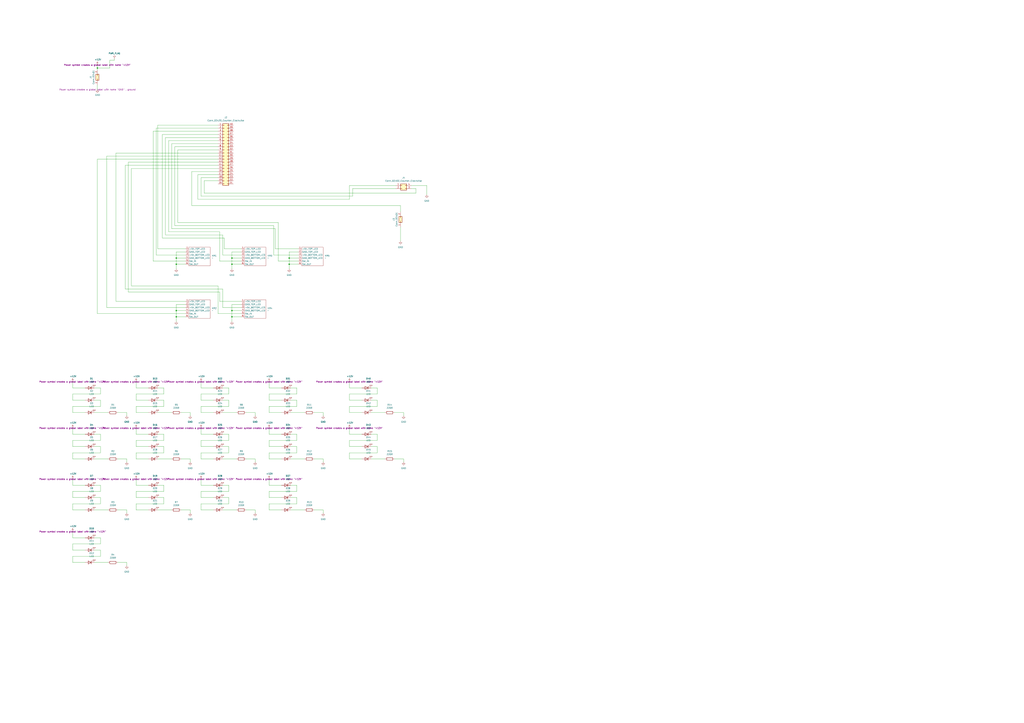
<source format=kicad_sch>
(kicad_sch (version 20250114) (generator "eeschema") (generator_version "9.0")
  (paper "A1")
  (junction (at 190.5 255.27))
  (junction (at 144.78 212.09))
  (junction (at 237.49 217.17))
  (junction (at 190.5 212.09))
  (junction (at 190.5 217.17))
  (junction (at 190.5 260.35))
  (junction (at 144.78 260.35))
  (junction (at 144.78 217.17))
  (junction (at 237.49 212.09))
  (junction (at 144.78 255.27))
  (junction (at 80.01 55.88))
  (wire (pts (xy 341.63 154.94) (xy 341.63 158.75)))
  (wire (pts (xy 187.96 328.93) (xy 182.88 328.93)))
  (wire (pts (xy 59.69 334.01) (xy 82.55 334.01)))
  (wire (pts (xy 69.85 452.12) (xy 59.69 452.12)))
  (wire (pts (xy 111.76 351.79) (xy 111.76 356.87)))
  (wire (pts (xy 125.73 214.63) (xy 152.4 214.63)))
  (wire (pts (xy 144.78 260.35) (xy 152.4 260.35)))
  (wire (pts (xy 198.12 247.65) (xy 180.34 247.65)))
  (wire (pts (xy 77.47 419.1) (xy 88.9 419.1)))
  (wire (pts (xy 165.1 146.05) (xy 179.07 146.05)))
  (wire (pts (xy 190.5 217.17) (xy 198.12 217.17)))
  (wire (pts (xy 265.43 419.1) (xy 265.43 421.64)))
  (wire (pts (xy 134.62 367.03) (xy 129.54 367.03)))
  (wire (pts (xy 243.84 372.11) (xy 243.84 367.03)))
  (wire (pts (xy 328.93 186.69) (xy 328.93 198.12)))
  (wire (pts (xy 287.02 328.93) (xy 287.02 323.85)))
  (wire (pts (xy 309.88 334.01) (xy 309.88 328.93)))
  (wire (pts (xy 165.1 328.93) (xy 165.1 323.85)))
  (wire (pts (xy 96.52 377.19) (xy 104.14 377.19)))
  (wire (pts (xy 220.98 339.09) (xy 220.98 334.01)))
  (wire (pts (xy 121.92 408.94) (xy 111.76 408.94)))
  (wire (pts (xy 96.52 462.28) (xy 104.14 462.28)))
  (wire (pts (xy 175.26 328.93) (xy 165.1 328.93)))
  (wire (pts (xy 134.62 356.87) (xy 129.54 356.87)))
  (wire (pts (xy 165.1 334.01) (xy 187.96 334.01)))
  (wire (pts (xy 105.41 240.03) (xy 105.41 133.35)))
  (wire (pts (xy 287.02 377.19) (xy 287.02 372.11)))
  (wire (pts (xy 175.26 367.03) (xy 165.1 367.03)))
  (wire (pts (xy 297.18 339.09) (xy 287.02 339.09)))
  (wire (pts (xy 179.07 234.95) (xy 107.95 234.95)))
  (wire (pts (xy 350.52 152.4) (xy 350.52 160.02)))
  (wire (pts (xy 69.85 377.19) (xy 59.69 377.19)))
  (wire (pts (xy 104.14 339.09) (xy 104.14 341.63)))
  (wire (pts (xy 59.69 393.7) (xy 59.69 398.78)))
  (wire (pts (xy 59.69 414.02) (xy 82.55 414.02)))
  (wire (pts (xy 82.55 414.02) (xy 82.55 408.94)))
  (wire (pts (xy 80.01 257.81) (xy 80.01 130.81)))
  (wire (pts (xy 96.52 339.09) (xy 104.14 339.09)))
  (wire (pts (xy 129.54 204.47) (xy 129.54 102.87)))
  (wire (pts (xy 134.62 318.77) (xy 129.54 318.77)))
  (wire (pts (xy 77.47 339.09) (xy 88.9 339.09)))
  (wire (pts (xy 82.55 334.01) (xy 82.55 328.93)))
  (wire (pts (xy 220.98 367.03) (xy 220.98 361.95)))
  (wire (pts (xy 182.88 209.55) (xy 198.12 209.55)))
  (wire (pts (xy 107.95 138.43) (xy 179.07 138.43)))
  (wire (pts (xy 304.8 339.09) (xy 316.23 339.09)))
  (wire (pts (xy 121.92 339.09) (xy 111.76 339.09)))
  (wire (pts (xy 337.82 152.4) (xy 350.52 152.4)))
  (wire (pts (xy 82.55 452.12) (xy 77.47 452.12)))
  (wire (pts (xy 198.12 255.27) (xy 190.5 255.27)))
  (wire (pts (xy 231.14 328.93) (xy 220.98 328.93)))
  (wire (pts (xy 165.1 161.29) (xy 165.1 146.05)))
  (wire (pts (xy 129.54 102.87) (xy 179.07 102.87)))
  (wire (pts (xy 167.64 148.59) (xy 179.07 148.59)))
  (wire (pts (xy 180.34 240.03) (xy 105.41 240.03)))
  (wire (pts (xy 111.76 372.11) (xy 134.62 372.11)))
  (wire (pts (xy 152.4 204.47) (xy 129.54 204.47)))
  (wire (pts (xy 237.49 217.17) (xy 245.11 217.17)))
  (wire (pts (xy 231.14 419.1) (xy 220.98 419.1)))
  (wire (pts (xy 77.47 377.19) (xy 88.9 377.19)))
  (wire (pts (xy 156.21 419.1) (xy 156.21 421.64)))
  (wire (pts (xy 309.88 323.85) (xy 309.88 318.77)))
  (wire (pts (xy 111.76 414.02) (xy 134.62 414.02)))
  (wire (pts (xy 287.02 318.77) (xy 297.18 318.77)))
  (wire (pts (xy 220.98 334.01) (xy 243.84 334.01)))
  (wire (pts (xy 198.12 252.73) (xy 182.88 252.73)))
  (wire (pts (xy 220.98 356.87) (xy 231.14 356.87)))
  (wire (pts (xy 198.12 257.81) (xy 179.07 257.81)))
  (wire (pts (xy 111.76 403.86) (xy 134.62 403.86)))
  (wire (pts (xy 198.12 207.01) (xy 190.5 207.01)))
  (wire (pts (xy 165.1 403.86) (xy 187.96 403.86)))
  (wire (pts (xy 287.02 313.69) (xy 287.02 318.77)))
  (wire (pts (xy 59.69 398.78) (xy 69.85 398.78)))
  (wire (pts (xy 133.35 110.49) (xy 179.07 110.49)))
  (wire (pts (xy 152.4 207.01) (xy 144.78 207.01)))
  (wire (pts (xy 297.18 377.19) (xy 287.02 377.19)))
  (wire (pts (xy 143.51 120.65) (xy 179.07 120.65)))
  (wire (pts (xy 304.8 377.19) (xy 316.23 377.19)))
  (wire (pts (xy 209.55 377.19) (xy 209.55 379.73)))
  (wire (pts (xy 165.1 339.09) (xy 165.1 334.01)))
  (wire (pts (xy 231.14 408.94) (xy 220.98 408.94)))
  (wire (pts (xy 245.11 214.63) (xy 228.6 214.63)))
  (wire (pts (xy 102.87 237.49) (xy 102.87 135.89)))
  (wire (pts (xy 265.43 339.09) (xy 265.43 341.63)))
  (wire (pts (xy 111.76 313.69) (xy 111.76 318.77)))
  (wire (pts (xy 165.1 361.95) (xy 187.96 361.95)))
  (wire (pts (xy 143.51 185.42) (xy 143.51 120.65)))
  (wire (pts (xy 287.02 361.95) (xy 309.88 361.95)))
  (wire (pts (xy 59.69 318.77) (xy 69.85 318.77)))
  (wire (pts (xy 297.18 328.93) (xy 287.02 328.93)))
  (wire (pts (xy 243.84 408.94) (xy 238.76 408.94)))
  (wire (pts (xy 182.88 252.73) (xy 182.88 237.49)))
  (wire (pts (xy 82.55 356.87) (xy 77.47 356.87)))
  (wire (pts (xy 257.81 377.19) (xy 265.43 377.19)))
  (wire (pts (xy 182.88 237.49) (xy 102.87 237.49)))
  (wire (pts (xy 59.69 452.12) (xy 59.69 447.04)))
  (wire (pts (xy 238.76 377.19) (xy 250.19 377.19)))
  (wire (pts (xy 228.6 182.88) (xy 146.05 182.88)))
  (wire (pts (xy 323.85 377.19) (xy 331.47 377.19)))
  (wire (pts (xy 82.55 398.78) (xy 77.47 398.78)))
  (wire (pts (xy 228.6 214.63) (xy 228.6 182.88)))
  (wire (pts (xy 111.76 323.85) (xy 134.62 323.85)))
  (wire (pts (xy 331.47 339.09) (xy 331.47 341.63)))
  (wire (pts (xy 220.98 414.02) (xy 243.84 414.02)))
  (wire (pts (xy 243.84 414.02) (xy 243.84 408.94)))
  (wire (pts (xy 59.69 372.11) (xy 82.55 372.11)))
  (wire (pts (xy 165.1 398.78) (xy 175.26 398.78)))
  (wire (pts (xy 245.11 204.47) (xy 226.06 204.47)))
  (wire (pts (xy 179.07 257.81) (xy 179.07 234.95)))
  (wire (pts (xy 165.1 313.69) (xy 165.1 318.77)))
  (wire (pts (xy 220.98 393.7) (xy 220.98 398.78)))
  (wire (pts (xy 59.69 328.93) (xy 59.69 323.85)))
  (wire (pts (xy 237.49 207.01) (xy 237.49 212.09)))
  (wire (pts (xy 80.01 69.85) (xy 80.01 73.66)))
  (wire (pts (xy 134.62 328.93) (xy 129.54 328.93)))
  (wire (pts (xy 287.02 323.85) (xy 309.88 323.85)))
  (wire (pts (xy 69.85 367.03) (xy 59.69 367.03)))
  (wire (pts (xy 138.43 190.5) (xy 138.43 115.57)))
  (wire (pts (xy 187.96 361.95) (xy 187.96 356.87)))
  (wire (pts (xy 111.76 393.7) (xy 111.76 398.78)))
  (wire (pts (xy 220.98 372.11) (xy 243.84 372.11)))
  (wire (pts (xy 156.21 339.09) (xy 156.21 341.63)))
  (wire (pts (xy 59.69 361.95) (xy 82.55 361.95)))
  (wire (pts (xy 182.88 193.04) (xy 182.88 209.55)))
  (wire (pts (xy 134.62 334.01) (xy 134.62 328.93)))
  (wire (pts (xy 111.76 334.01) (xy 134.62 334.01)))
  (wire (pts (xy 187.96 414.02) (xy 187.96 408.94)))
  (wire (pts (xy 175.26 339.09) (xy 165.1 339.09)))
  (wire (pts (xy 134.62 323.85) (xy 134.62 318.77)))
  (wire (pts (xy 134.62 414.02) (xy 134.62 408.94)))
  (wire (pts (xy 226.06 204.47) (xy 226.06 187.96)))
  (wire (pts (xy 59.69 323.85) (xy 82.55 323.85)))
  (wire (pts (xy 128.27 105.41) (xy 128.27 209.55)))
  (wire (pts (xy 59.69 403.86) (xy 82.55 403.86)))
  (wire (pts (xy 133.35 195.58) (xy 133.35 110.49)))
  (wire (pts (xy 96.52 419.1) (xy 104.14 419.1)))
  (wire (pts (xy 82.55 318.77) (xy 77.47 318.77)))
  (wire (pts (xy 265.43 377.19) (xy 265.43 379.73)))
  (wire (pts (xy 121.92 377.19) (xy 111.76 377.19)))
  (wire (pts (xy 111.76 419.1) (xy 111.76 414.02)))
  (wire (pts (xy 69.85 328.93) (xy 59.69 328.93)))
  (wire (pts (xy 165.1 372.11) (xy 187.96 372.11)))
  (wire (pts (xy 134.62 408.94) (xy 129.54 408.94)))
  (wire (pts (xy 152.4 212.09) (xy 144.78 212.09)))
  (wire (pts (xy 289.56 154.94) (xy 289.56 161.29)))
  (wire (pts (xy 243.84 398.78) (xy 238.76 398.78)))
  (wire (pts (xy 167.64 158.75) (xy 167.64 148.59)))
  (wire (pts (xy 146.05 182.88) (xy 146.05 123.19)))
  (wire (pts (xy 287.02 351.79) (xy 287.02 356.87)))
  (wire (pts (xy 90.17 55.88) (xy 90.17 49.53)))
  (wire (pts (xy 121.92 419.1) (xy 111.76 419.1)))
  (wire (pts (xy 59.69 462.28) (xy 59.69 457.2)))
  (wire (pts (xy 152.4 252.73) (xy 87.63 252.73)))
  (wire (pts (xy 111.76 356.87) (xy 121.92 356.87)))
  (wire (pts (xy 187.96 408.94) (xy 182.88 408.94)))
  (wire (pts (xy 128.27 209.55) (xy 152.4 209.55)))
  (wire (pts (xy 165.1 408.94) (xy 165.1 403.86)))
  (wire (pts (xy 220.98 351.79) (xy 220.98 356.87)))
  (wire (pts (xy 289.56 154.94) (xy 325.12 154.94)))
  (wire (pts (xy 162.56 163.83) (xy 162.56 143.51)))
  (wire (pts (xy 156.21 377.19) (xy 156.21 379.73)))
  (wire (pts (xy 111.76 339.09) (xy 111.76 334.01)))
  (wire (pts (xy 59.69 436.88) (xy 59.69 441.96)))
  (wire (pts (xy 95.25 247.65) (xy 95.25 125.73)))
  (wire (pts (xy 59.69 419.1) (xy 59.69 414.02)))
  (wire (pts (xy 224.79 209.55) (xy 224.79 185.42)))
  (wire (pts (xy 179.07 107.95) (xy 125.73 107.95)))
  (wire (pts (xy 238.76 339.09) (xy 250.19 339.09)))
  (wire (pts (xy 82.55 361.95) (xy 82.55 356.87)))
  (wire (pts (xy 144.78 250.19) (xy 144.78 255.27)))
  (wire (pts (xy 309.88 356.87) (xy 304.8 356.87)))
  (wire (pts (xy 190.5 207.01) (xy 190.5 212.09)))
  (wire (pts (xy 309.88 328.93) (xy 304.8 328.93)))
  (wire (pts (xy 201.93 339.09) (xy 209.55 339.09)))
  (wire (pts (xy 82.55 328.93) (xy 77.47 328.93)))
  (wire (pts (xy 328.93 173.99) (xy 328.93 168.91)))
  (wire (pts (xy 198.12 204.47) (xy 184.15 204.47)))
  (wire (pts (xy 220.98 377.19) (xy 220.98 372.11)))
  (wire (pts (xy 243.84 334.01) (xy 243.84 328.93)))
  (wire (pts (xy 148.59 339.09) (xy 156.21 339.09)))
  (wire (pts (xy 152.4 247.65) (xy 95.25 247.65)))
  (wire (pts (xy 180.34 190.5) (xy 138.43 190.5)))
  (wire (pts (xy 257.81 419.1) (xy 265.43 419.1)))
  (wire (pts (xy 87.63 252.73) (xy 87.63 128.27)))
  (wire (pts (xy 93.98 49.53) (xy 93.98 48.26)))
  (wire (pts (xy 148.59 377.19) (xy 156.21 377.19)))
  (wire (pts (xy 231.14 367.03) (xy 220.98 367.03)))
  (wire (pts (xy 82.55 447.04) (xy 82.55 441.96)))
  (wire (pts (xy 190.5 255.27) (xy 190.5 260.35)))
  (wire (pts (xy 87.63 128.27) (xy 179.07 128.27)))
  (wire (pts (xy 152.4 255.27) (xy 144.78 255.27)))
  (wire (pts (xy 297.18 367.03) (xy 287.02 367.03)))
  (wire (pts (xy 187.96 367.03) (xy 182.88 367.03)))
  (wire (pts (xy 59.69 367.03) (xy 59.69 361.95)))
  (wire (pts (xy 220.98 408.94) (xy 220.98 403.86)))
  (wire (pts (xy 243.84 403.86) (xy 243.84 398.78)))
  (wire (pts (xy 325.12 152.4) (xy 287.02 152.4)))
  (wire (pts (xy 69.85 462.28) (xy 59.69 462.28)))
  (wire (pts (xy 184.15 195.58) (xy 133.35 195.58)))
  (wire (pts (xy 59.69 351.79) (xy 59.69 356.87)))
  (wire (pts (xy 209.55 339.09) (xy 209.55 341.63)))
  (wire (pts (xy 129.54 339.09) (xy 140.97 339.09)))
  (wire (pts (xy 82.55 408.94) (xy 77.47 408.94)))
  (wire (pts (xy 104.14 377.19) (xy 104.14 379.73)))
  (wire (pts (xy 237.49 212.09) (xy 237.49 217.17)))
  (wire (pts (xy 111.76 318.77) (xy 121.92 318.77)))
  (wire (pts (xy 309.88 367.03) (xy 304.8 367.03)))
  (wire (pts (xy 198.12 214.63) (xy 180.34 214.63)))
  (wire (pts (xy 309.88 372.11) (xy 309.88 367.03)))
  (wire (pts (xy 190.5 264.16) (xy 190.5 260.35)))
  (wire (pts (xy 165.1 356.87) (xy 175.26 356.87)))
  (wire (pts (xy 111.76 398.78) (xy 121.92 398.78)))
  (wire (pts (xy 198.12 250.19) (xy 190.5 250.19)))
  (wire (pts (xy 287.02 339.09) (xy 287.02 334.01)))
  (wire (pts (xy 59.69 313.69) (xy 59.69 318.77)))
  (wire (pts (xy 231.14 377.19) (xy 220.98 377.19)))
  (wire (pts (xy 69.85 419.1) (xy 59.69 419.1)))
  (wire (pts (xy 309.88 318.77) (xy 304.8 318.77)))
  (wire (pts (xy 144.78 217.17) (xy 152.4 217.17)))
  (wire (pts (xy 237.49 220.98) (xy 237.49 217.17)))
  (wire (pts (xy 341.63 158.75) (xy 167.64 158.75)))
  (wire (pts (xy 180.34 247.65) (xy 180.34 240.03)))
  (wire (pts (xy 77.47 462.28) (xy 88.9 462.28)))
  (wire (pts (xy 111.76 367.03) (xy 111.76 361.95)))
  (wire (pts (xy 238.76 419.1) (xy 250.19 419.1)))
  (wire (pts (xy 245.11 209.55) (xy 224.79 209.55)))
  (wire (pts (xy 138.43 115.57) (xy 179.07 115.57)))
  (wire (pts (xy 104.14 419.1) (xy 104.14 421.64)))
  (wire (pts (xy 323.85 339.09) (xy 331.47 339.09)))
  (wire (pts (xy 187.96 403.86) (xy 187.96 398.78)))
  (wire (pts (xy 125.73 107.95) (xy 125.73 214.63)))
  (wire (pts (xy 190.5 220.98) (xy 190.5 217.17)))
  (wire (pts (xy 182.88 419.1) (xy 194.31 419.1)))
  (wire (pts (xy 337.82 154.94) (xy 341.63 154.94)))
  (wire (pts (xy 152.4 257.81) (xy 80.01 257.81)))
  (wire (pts (xy 111.76 377.19) (xy 111.76 372.11)))
  (wire (pts (xy 287.02 372.11) (xy 309.88 372.11)))
  (wire (pts (xy 152.4 250.19) (xy 144.78 250.19)))
  (wire (pts (xy 201.93 419.1) (xy 209.55 419.1)))
  (wire (pts (xy 129.54 377.19) (xy 140.97 377.19)))
  (wire (pts (xy 102.87 135.89) (xy 179.07 135.89)))
  (wire (pts (xy 134.62 372.11) (xy 134.62 367.03)))
  (wire (pts (xy 157.48 140.97) (xy 179.07 140.97)))
  (wire (pts (xy 134.62 403.86) (xy 134.62 398.78)))
  (wire (pts (xy 175.26 377.19) (xy 165.1 377.19)))
  (wire (pts (xy 90.17 49.53) (xy 93.98 49.53)))
  (wire (pts (xy 245.11 212.09) (xy 237.49 212.09)))
  (wire (pts (xy 80.01 55.88) (xy 80.01 57.15)))
  (wire (pts (xy 165.1 351.79) (xy 165.1 356.87)))
  (wire (pts (xy 144.78 220.98) (xy 144.78 217.17)))
  (wire (pts (xy 187.96 372.11) (xy 187.96 367.03)))
  (wire (pts (xy 220.98 361.95) (xy 243.84 361.95)))
  (wire (pts (xy 187.96 398.78) (xy 182.88 398.78)))
  (wire (pts (xy 59.69 447.04) (xy 82.55 447.04)))
  (wire (pts (xy 107.95 234.95) (xy 107.95 138.43)))
  (wire (pts (xy 287.02 356.87) (xy 297.18 356.87)))
  (wire (pts (xy 175.26 408.94) (xy 165.1 408.94)))
  (wire (pts (xy 121.92 367.03) (xy 111.76 367.03)))
  (wire (pts (xy 182.88 339.09) (xy 194.31 339.09)))
  (wire (pts (xy 140.97 187.96) (xy 140.97 118.11)))
  (wire (pts (xy 82.55 372.11) (xy 82.55 367.03)))
  (wire (pts (xy 243.84 361.95) (xy 243.84 356.87)))
  (wire (pts (xy 165.1 377.19) (xy 165.1 372.11)))
  (wire (pts (xy 182.88 377.19) (xy 194.31 377.19)))
  (wire (pts (xy 187.96 318.77) (xy 182.88 318.77)))
  (wire (pts (xy 184.15 204.47) (xy 184.15 195.58)))
  (wire (pts (xy 82.55 403.86) (xy 82.55 398.78)))
  (wire (pts (xy 82.55 457.2) (xy 82.55 452.12)))
  (wire (pts (xy 175.26 419.1) (xy 165.1 419.1)))
  (wire (pts (xy 287.02 334.01) (xy 309.88 334.01)))
  (wire (pts (xy 59.69 377.19) (xy 59.69 372.11)))
  (wire (pts (xy 162.56 143.51) (xy 179.07 143.51)))
  (wire (pts (xy 220.98 328.93) (xy 220.98 323.85)))
  (wire (pts (xy 245.11 207.01) (xy 237.49 207.01)))
  (wire (pts (xy 187.96 356.87) (xy 182.88 356.87)))
  (wire (pts (xy 226.06 187.96) (xy 140.97 187.96)))
  (wire (pts (xy 59.69 441.96) (xy 69.85 441.96)))
  (wire (pts (xy 289.56 161.29) (xy 165.1 161.29)))
  (wire (pts (xy 104.14 462.28) (xy 104.14 464.82)))
  (wire (pts (xy 243.84 367.03) (xy 238.76 367.03)))
  (wire (pts (xy 111.76 361.95) (xy 134.62 361.95)))
  (wire (pts (xy 187.96 323.85) (xy 187.96 318.77)))
  (wire (pts (xy 287.02 367.03) (xy 287.02 361.95)))
  (wire (pts (xy 135.89 113.03) (xy 135.89 193.04)))
  (wire (pts (xy 69.85 339.09) (xy 59.69 339.09)))
  (wire (pts (xy 157.48 168.91) (xy 157.48 140.97)))
  (wire (pts (xy 82.55 367.03) (xy 77.47 367.03)))
  (wire (pts (xy 180.34 214.63) (xy 180.34 190.5)))
  (wire (pts (xy 190.5 250.19) (xy 190.5 255.27)))
  (wire (pts (xy 95.25 125.73) (xy 179.07 125.73)))
  (wire (pts (xy 134.62 398.78) (xy 129.54 398.78)))
  (wire (pts (xy 198.12 212.09) (xy 190.5 212.09)))
  (wire (pts (xy 135.89 193.04) (xy 182.88 193.04)))
  (wire (pts (xy 134.62 361.95) (xy 134.62 356.87)))
  (wire (pts (xy 179.07 113.03) (xy 135.89 113.03)))
  (wire (pts (xy 59.69 408.94) (xy 59.69 403.86)))
  (wire (pts (xy 82.55 323.85) (xy 82.55 318.77)))
  (wire (pts (xy 243.84 328.93) (xy 238.76 328.93)))
  (wire (pts (xy 144.78 212.09) (xy 144.78 217.17)))
  (wire (pts (xy 140.97 118.11) (xy 179.07 118.11)))
  (wire (pts (xy 165.1 318.77) (xy 175.26 318.77)))
  (wire (pts (xy 243.84 318.77) (xy 238.76 318.77)))
  (wire (pts (xy 80.01 53.34) (xy 80.01 55.88)))
  (wire (pts (xy 165.1 414.02) (xy 187.96 414.02)))
  (wire (pts (xy 287.02 163.83) (xy 162.56 163.83)))
  (wire (pts (xy 220.98 323.85) (xy 243.84 323.85)))
  (wire (pts (xy 105.41 133.35) (xy 179.07 133.35)))
  (wire (pts (xy 243.84 356.87) (xy 238.76 356.87)))
  (wire (pts (xy 69.85 408.94) (xy 59.69 408.94)))
  (wire (pts (xy 179.07 105.41) (xy 128.27 105.41)))
  (wire (pts (xy 144.78 264.16) (xy 144.78 260.35)))
  (wire (pts (xy 129.54 419.1) (xy 140.97 419.1)))
  (wire (pts (xy 331.47 377.19) (xy 331.47 379.73)))
  (wire (pts (xy 220.98 313.69) (xy 220.98 318.77)))
  (wire (pts (xy 59.69 457.2) (xy 82.55 457.2)))
  (wire (pts (xy 111.76 408.94) (xy 111.76 403.86)))
  (wire (pts (xy 220.98 419.1) (xy 220.98 414.02)))
  (wire (pts (xy 59.69 356.87) (xy 69.85 356.87)))
  (wire (pts (xy 220.98 398.78) (xy 231.14 398.78)))
  (wire (pts (xy 121.92 328.93) (xy 111.76 328.93)))
  (wire (pts (xy 201.93 377.19) (xy 209.55 377.19)))
  (wire (pts (xy 231.14 339.09) (xy 220.98 339.09)))
  (wire (pts (xy 111.76 328.93) (xy 111.76 323.85)))
  (wire (pts (xy 80.01 130.81) (xy 179.07 130.81)))
  (wire (pts (xy 243.84 323.85) (xy 243.84 318.77)))
  (wire (pts (xy 165.1 393.7) (xy 165.1 398.78)))
  (wire (pts (xy 165.1 419.1) (xy 165.1 414.02)))
  (wire (pts (xy 209.55 419.1) (xy 209.55 421.64)))
  (wire (pts (xy 59.69 339.09) (xy 59.69 334.01)))
  (wire (pts (xy 148.59 419.1) (xy 156.21 419.1)))
  (wire (pts (xy 146.05 123.19) (xy 179.07 123.19)))
  (wire (pts (xy 287.02 152.4) (xy 287.02 163.83)))
  (wire (pts (xy 190.5 212.09) (xy 190.5 217.17)))
  (wire (pts (xy 144.78 207.01) (xy 144.78 212.09)))
  (wire (pts (xy 328.93 168.91) (xy 157.48 168.91)))
  (wire (pts (xy 144.78 255.27) (xy 144.78 260.35)))
  (wire (pts (xy 80.01 55.88) (xy 90.17 55.88)))
  (wire (pts (xy 165.1 323.85) (xy 187.96 323.85)))
  (wire (pts (xy 82.55 441.96) (xy 77.47 441.96)))
  (wire (pts (xy 220.98 403.86) (xy 243.84 403.86)))
  (wire (pts (xy 309.88 361.95) (xy 309.88 356.87)))
  (wire (pts (xy 224.79 185.42) (xy 143.51 185.42)))
  (wire (pts (xy 190.5 260.35) (xy 198.12 260.35)))
  (wire (pts (xy 165.1 367.03) (xy 165.1 361.95)))
  (wire (pts (xy 220.98 318.77) (xy 231.14 318.77)))
  (wire (pts (xy 187.96 334.01) (xy 187.96 328.93)))
  (wire (pts (xy 257.81 339.09) (xy 265.43 339.09)))
  (symbol (lib_id "power:GND") (at 80.01 73.66 0) (unit 1)
    (property "Reference" "#PWR06" (effects (hide yes)))
    (property "Value" "GND" (at 80.137 78.0542 0))
    (property "Description" "Power symbol creates a global label with name \"GND\" , ground" (at 80.01 73.66 0))
  )
  (symbol (lib_id "power:+12V") (at 80.01 53.34 0) (unit 1)
    (property "Reference" "#PWR05" (effects (hide yes)))
    (property "Value" "+12V" (at 80.391 48.9458 0))
    (property "Description" "Power symbol creates a global label with name \"+12V\"" (at 80.01 53.34 0))
  )
  (symbol (lib_id "power:PWR_FLAG") (at 93.98 48.26 0) (unit 1)
    (property "Reference" "#FLG01" (effects (hide yes)))
    (property "Value" "PWR_FLAG" (at 93.98 43.8658 0))
  )
  (symbol (lib_id "power:+12V") (at 220.98 393.7 0) (unit 1)
    (property "Reference" "#PWR029" (effects (hide yes)))
    (property "Value" "+12V" (at 221.361 389.3058 0))
    (property "Description" "Power symbol creates a global label with name \"+12V\"" (at 220.98 393.7 0))
  )
  (symbol (lib_id "Device:R") (at 198.12 419.1 90) (unit 1)
    (property "Reference" "R10" (at 198.12 412.75 90))
    (property "Value" "220R" (at 198.12 415.29 90))
    (property "Footprint" "Resistor_SMD:R_1206_3216Metric_Pad1.30x1.75mm_HandSolder" (effects (hide yes)))
    (property "Description" "Resistor" (effects (hide yes)))
  )
  (symbol (lib_id "power:+12V") (at 111.76 313.69 0) (unit 1)
    (property "Reference" "#PWR011" (effects (hide yes)))
    (property "Value" "+12V" (at 112.141 309.2958 0))
    (property "Description" "Power symbol creates a global label with name \"+12V\"" (at 111.76 313.69 0))
  )
  (symbol (lib_id "Device:LED") (at 125.73 408.94 180) (unit 1)
    (property "Reference" "D20" (at 127.3175 401.32 0))
    (property "Value" "LED" (at 127.3175 403.86 0))
    (property "Footprint" "OpenA3XX:LED_Everlight-SMD3528_3.5x2.8mm_67-21ST" (effects (hide yes)))
    (property "Description" "Light emitting diode" (effects (hide yes)))
    (property "Sim.Pins" "1=K 2=A" (effects (hide yes)))
  )
  (symbol (lib_id "Device:R") (at 92.71 462.28 90) (unit 1)
    (property "Reference" "R4" (at 92.71 455.93 90))
    (property "Value" "220R" (at 92.71 458.47 90))
    (property "Footprint" "Resistor_SMD:R_1206_3216Metric_Pad1.30x1.75mm_HandSolder" (effects (hide yes)))
    (property "Description" "Resistor" (effects (hide yes)))
  )
  (symbol (lib_id "Device:LED") (at 73.66 367.03 180) (unit 1)
    (property "Reference" "D5" (at 75.2475 359.41 0))
    (property "Value" "LED" (at 75.2475 361.95 0))
    (property "Footprint" "OpenA3XX:LED_Everlight-SMD3528_3.5x2.8mm_67-21ST" (effects (hide yes)))
    (property "Description" "Light emitting diode" (effects (hide yes)))
    (property "Sim.Pins" "1=K 2=A" (effects (hide yes)))
  )
  (symbol (lib_id "Device:LED") (at 234.95 339.09 180) (unit 1)
    (property "Reference" "D33" (at 236.5375 331.47 0))
    (property "Value" "LED" (at 236.5375 334.01 0))
    (property "Footprint" "OpenA3XX:LED_Everlight-SMD3528_3.5x2.8mm_67-21ST" (effects (hide yes)))
    (property "Description" "Light emitting diode" (effects (hide yes)))
    (property "Sim.Pins" "1=K 2=A" (effects (hide yes)))
  )
  (symbol (lib_id "power:GND") (at 144.78 264.16 0) (unit 1)
    (property "Reference" "#PWR015" (effects (hide yes)))
    (property "Value" "GND" (at 144.78 269.24 0))
    (property "Description" "Power symbol creates a global label with name \"GND\" , ground" (effects (hide yes)))
  )
  (symbol (lib_id "Device:LED") (at 73.66 377.19 180) (unit 1)
    (property "Reference" "D6" (at 75.2475 369.57 0))
    (property "Value" "LED" (at 75.2475 372.11 0))
    (property "Footprint" "OpenA3XX:LED_Everlight-SMD3528_3.5x2.8mm_67-21ST" (effects (hide yes)))
    (property "Description" "Light emitting diode" (effects (hide yes)))
    (property "Sim.Pins" "1=K 2=A" (effects (hide yes)))
  )
  (symbol (lib_id "Device:LED") (at 179.07 328.93 180) (unit 1)
    (property "Reference" "D23" (at 180.6575 321.31 0))
    (property "Value" "LED" (at 180.6575 323.85 0))
    (property "Footprint" "OpenA3XX:LED_Everlight-SMD3528_3.5x2.8mm_67-21ST" (effects (hide yes)))
    (property "Description" "Light emitting diode" (effects (hide yes)))
    (property "Sim.Pins" "1=K 2=A" (effects (hide yes)))
  )
  (symbol (lib_id "power:GND") (at 237.49 220.98 0) (unit 1)
    (property "Reference" "#PWR030" (effects (hide yes)))
    (property "Value" "GND" (at 237.49 226.06 0))
    (property "Description" "Power symbol creates a global label with name \"GND\" , ground" (effects (hide yes)))
  )
  (symbol (lib_id "Device:R") (at 92.71 339.09 90) (unit 1)
    (property "Reference" "R1" (at 92.71 332.74 90))
    (property "Value" "220R" (at 92.71 335.28 90))
    (property "Footprint" "Resistor_SMD:R_1206_3216Metric_Pad1.30x1.75mm_HandSolder" (effects (hide yes)))
    (property "Description" "Resistor" (effects (hide yes)))
  )
  (symbol (lib_id "Device:LED") (at 234.95 328.93 180) (unit 1)
    (property "Reference" "D32" (at 236.5375 321.31 0))
    (property "Value" "LED" (at 236.5375 323.85 0))
    (property "Footprint" "OpenA3XX:LED_Everlight-SMD3528_3.5x2.8mm_67-21ST" (effects (hide yes)))
    (property "Description" "Light emitting diode" (effects (hide yes)))
    (property "Sim.Pins" "1=K 2=A" (effects (hide yes)))
  )
  (symbol (lib_id "power:GND") (at 331.47 379.73 0) (unit 1)
    (property "Reference" "#PWR038" (effects (hide yes)))
    (property "Value" "GND" (at 331.47 384.81 0))
    (property "Description" "Power symbol creates a global label with name \"GND\" , ground" (effects (hide yes)))
  )
  (symbol (lib_id "Device:R") (at 254 377.19 90) (unit 1)
    (property "Reference" "R12" (at 254 370.84 90))
    (property "Value" "220R" (at 254 373.38 90))
    (property "Footprint" "Resistor_SMD:R_1206_3216Metric_Pad1.30x1.75mm_HandSolder" (effects (hide yes)))
    (property "Description" "Resistor" (effects (hide yes)))
  )
  (symbol (lib_id "Device:LED") (at 179.07 408.94 180) (unit 1)
    (property "Reference" "D29" (at 180.6575 401.32 0))
    (property "Value" "LED" (at 180.6575 403.86 0))
    (property "Footprint" "OpenA3XX:LED_Everlight-SMD3528_3.5x2.8mm_67-21ST" (effects (hide yes)))
    (property "Description" "Light emitting diode" (effects (hide yes)))
    (property "Sim.Pins" "1=K 2=A" (effects (hide yes)))
  )
  (symbol (lib_id "power:GND") (at 144.78 220.98 0) (unit 1)
    (property "Reference" "#PWR014" (effects (hide yes)))
    (property "Value" "GND" (at 144.78 226.06 0))
    (property "Description" "Power symbol creates a global label with name \"GND\" , ground" (effects (hide yes)))
  )
  (symbol (lib_id "power:+12V") (at 220.98 313.69 0) (unit 1)
    (property "Reference" "#PWR027" (effects (hide yes)))
    (property "Value" "+12V" (at 221.361 309.2958 0))
    (property "Description" "Power symbol creates a global label with name \"+12V\"" (at 220.98 313.69 0))
  )
  (symbol (lib_id "Connector_Generic:Conn_02x02_Counter_Clockwise") (at 330.2 152.4 0) (unit 1)
    (property "Reference" "J4" (at 331.47 146.05 0))
    (property "Value" "Conn_02x02_Counter_Clockwise" (at 331.47 148.59 0))
    (property "Footprint" "Connector_PinHeader_2.54mm:PinHeader_1x04_P2.54mm_Vertical" (effects (hide yes)))
    (property "Description" "Generic connector, double row, 02x02, counter clockwise pin numbering scheme (similar to DIP package numbering), script generated (kicad-library-utils/schlib/autogen/connector/)" (effects (hide yes)))
  )
  (symbol (lib_id "power:GND") (at 209.55 379.73 0) (unit 1)
    (property "Reference" "#PWR025" (effects (hide yes)))
    (property "Value" "GND" (at 209.55 384.81 0))
    (property "Description" "Power symbol creates a global label with name \"GND\" , ground" (effects (hide yes)))
  )
  (symbol (lib_id "power:GND") (at 190.5 264.16 0) (unit 1)
    (property "Reference" "#PWR023" (effects (hide yes)))
    (property "Value" "GND" (at 190.5 269.24 0))
    (property "Description" "Power symbol creates a global label with name \"GND\" , ground" (effects (hide yes)))
  )
  (symbol (lib_id "Device:LED") (at 73.66 408.94 180) (unit 1)
    (property "Reference" "D8" (at 75.2475 401.32 0))
    (property "Value" "LED" (at 75.2475 403.86 0))
    (property "Footprint" "OpenA3XX:LED_Everlight-SMD3528_3.5x2.8mm_67-21ST" (effects (hide yes)))
    (property "Description" "Light emitting diode" (effects (hide yes)))
    (property "Sim.Pins" "1=K 2=A" (effects (hide yes)))
  )
  (symbol (lib_id "power:+12V") (at 165.1 393.7 0) (unit 1)
    (property "Reference" "#PWR021" (effects (hide yes)))
    (property "Value" "+12V" (at 165.481 389.3058 0))
    (property "Description" "Power symbol creates a global label with name \"+12V\"" (at 165.1 393.7 0))
  )
  (symbol (lib_id "Device:LED") (at 300.99 377.19 180) (unit 1)
    (property "Reference" "D45" (at 302.5775 369.57 0))
    (property "Value" "LED" (at 302.5775 372.11 0))
    (property "Footprint" "OpenA3XX:LED_Everlight-SMD3528_3.5x2.8mm_67-21ST" (effects (hide yes)))
    (property "Description" "Light emitting diode" (effects (hide yes)))
    (property "Sim.Pins" "1=K 2=A" (effects (hide yes)))
  )
  (symbol (lib_id "Device:LED") (at 179.07 377.19 180) (unit 1)
    (property "Reference" "D27" (at 180.6575 369.57 0))
    (property "Value" "LED" (at 180.6575 372.11 0))
    (property "Footprint" "OpenA3XX:LED_Everlight-SMD3528_3.5x2.8mm_67-21ST" (effects (hide yes)))
    (property "Description" "Light emitting diode" (effects (hide yes)))
    (property "Sim.Pins" "1=K 2=A" (effects (hide yes)))
  )
  (symbol (lib_id "Device:LED") (at 179.07 339.09 180) (unit 1)
    (property "Reference" "D24" (at 180.6575 331.47 0))
    (property "Value" "LED" (at 180.6575 334.01 0))
    (property "Footprint" "OpenA3XX:LED_Everlight-SMD3528_3.5x2.8mm_67-21ST" (effects (hide yes)))
    (property "Description" "Light emitting diode" (effects (hide yes)))
    (property "Sim.Pins" "1=K 2=A" (effects (hide yes)))
  )
  (symbol (lib_id "power:+12V") (at 287.02 313.69 0) (unit 1)
    (property "Reference" "#PWR034" (effects (hide yes)))
    (property "Value" "+12V" (at 287.401 309.2958 0))
    (property "Description" "Power symbol creates a global label with name \"+12V\"" (at 287.02 313.69 0))
  )
  (symbol (lib_id "Device:LED") (at 125.73 318.77 180) (unit 1)
    (property "Reference" "D13" (at 127.3175 311.15 0))
    (property "Value" "LED" (at 127.3175 313.69 0))
    (property "Footprint" "OpenA3XX:LED_Everlight-SMD3528_3.5x2.8mm_67-21ST" (effects (hide yes)))
    (property "Description" "Light emitting diode" (effects (hide yes)))
    (property "Sim.Pins" "1=K 2=A" (effects (hide yes)))
  )
  (symbol (lib_id "power:GND") (at 104.14 379.73 0) (unit 1)
    (property "Reference" "#PWR08" (effects (hide yes)))
    (property "Value" "GND" (at 104.14 384.81 0))
    (property "Description" "Power symbol creates a global label with name \"GND\" , ground" (effects (hide yes)))
  )
  (symbol (lib_id "Device:R") (at 320.04 339.09 90) (unit 1)
    (property "Reference" "R14" (at 320.04 332.74 90))
    (property "Value" "220R" (at 320.04 335.28 90))
    (property "Footprint" "Resistor_SMD:R_1206_3216Metric_Pad1.30x1.75mm_HandSolder" (effects (hide yes)))
    (property "Description" "Resistor" (effects (hide yes)))
  )
  (symbol (lib_id "power:+12V") (at 287.02 351.79 0) (unit 1)
    (property "Reference" "#PWR035" (effects (hide yes)))
    (property "Value" "+12V" (at 287.401 347.3958 0))
    (property "Description" "Power symbol creates a global label with name \"+12V\"" (at 287.02 351.79 0))
  )
  (symbol (lib_id "Device:LED") (at 179.07 356.87 180) (unit 1)
    (property "Reference" "D25" (at 180.6575 349.25 0))
    (property "Value" "LED" (at 180.6575 351.79 0))
    (property "Footprint" "OpenA3XX:LED_Everlight-SMD3528_3.5x2.8mm_67-21ST" (effects (hide yes)))
    (property "Description" "Light emitting diode" (effects (hide yes)))
    (property "Sim.Pins" "1=K 2=A" (effects (hide yes)))
  )
  (symbol (lib_id "Device:R") (at 254 339.09 90) (unit 1)
    (property "Reference" "R11" (at 254 332.74 90))
    (property "Value" "220R" (at 254 335.28 90))
    (property "Footprint" "Resistor_SMD:R_1206_3216Metric_Pad1.30x1.75mm_HandSolder" (effects (hide yes)))
    (property "Description" "Resistor" (effects (hide yes)))
  )
  (symbol (lib_id "power:+12V") (at 165.1 313.69 0) (unit 1)
    (property "Reference" "#PWR019" (effects (hide yes)))
    (property "Value" "+12V" (at 165.481 309.2958 0))
    (property "Description" "Power symbol creates a global label with name \"+12V\"" (at 165.1 313.69 0))
  )
  (symbol (lib_id "power:GND") (at 331.47 341.63 0) (unit 1)
    (property "Reference" "#PWR037" (effects (hide yes)))
    (property "Value" "GND" (at 331.47 346.71 0))
    (property "Description" "Power symbol creates a global label with name \"GND\" , ground" (effects (hide yes)))
  )
  (symbol (lib_id "Device:LED") (at 179.07 419.1 180) (unit 1)
    (property "Reference" "D30" (at 180.6575 411.48 0))
    (property "Value" "LED" (at 180.6575 414.02 0))
    (property "Footprint" "OpenA3XX:LED_Everlight-SMD3528_3.5x2.8mm_67-21ST" (effects (hide yes)))
    (property "Description" "Light emitting diode" (effects (hide yes)))
    (property "Sim.Pins" "1=K 2=A" (effects (hide yes)))
  )
  (symbol (lib_id "Device:R") (at 92.71 377.19 90) (unit 1)
    (property "Reference" "R2" (at 92.71 370.84 90))
    (property "Value" "220R" (at 92.71 373.38 90))
    (property "Footprint" "Resistor_SMD:R_1206_3216Metric_Pad1.30x1.75mm_HandSolder" (effects (hide yes)))
    (property "Description" "Resistor" (effects (hide yes)))
  )
  (symbol (lib_id "power:GND") (at 104.14 421.64 0) (unit 1)
    (property "Reference" "#PWR09" (effects (hide yes)))
    (property "Value" "GND" (at 104.14 426.72 0))
    (property "Description" "Power symbol creates a global label with name \"GND\" , ground" (effects (hide yes)))
  )
  (symbol (lib_id "Device:LED") (at 234.95 377.19 180) (unit 1)
    (property "Reference" "D36" (at 236.5375 369.57 0))
    (property "Value" "LED" (at 236.5375 372.11 0))
    (property "Footprint" "OpenA3XX:LED_Everlight-SMD3528_3.5x2.8mm_67-21ST" (effects (hide yes)))
    (property "Description" "Light emitting diode" (effects (hide yes)))
    (property "Sim.Pins" "1=K 2=A" (effects (hide yes)))
  )
  (symbol (lib_id "power:+12V") (at 111.76 351.79 0) (unit 1)
    (property "Reference" "#PWR012" (effects (hide yes)))
    (property "Value" "+12V" (at 112.141 347.3958 0))
    (property "Description" "Power symbol creates a global label with name \"+12V\"" (at 111.76 351.79 0))
  )
  (symbol (lib_id "power:+12V") (at 59.69 313.69 0) (unit 1)
    (property "Reference" "#PWR01" (effects (hide yes)))
    (property "Value" "+12V" (at 60.071 309.2958 0))
    (property "Description" "Power symbol creates a global label with name \"+12V\"" (at 59.69 313.69 0))
  )
  (symbol (lib_id "Device:LED") (at 125.73 339.09 180) (unit 1)
    (property "Reference" "D15" (at 127.3175 331.47 0))
    (property "Value" "LED" (at 127.3175 334.01 0))
    (property "Footprint" "OpenA3XX:LED_Everlight-SMD3528_3.5x2.8mm_67-21ST" (effects (hide yes)))
    (property "Description" "Light emitting diode" (effects (hide yes)))
    (property "Sim.Pins" "1=K 2=A" (effects (hide yes)))
  )
  (symbol (lib_id "power:GND") (at 104.14 341.63 0) (unit 1)
    (property "Reference" "#PWR07" (effects (hide yes)))
    (property "Value" "GND" (at 104.14 346.71 0))
    (property "Description" "Power symbol creates a global label with name \"GND\" , ground" (effects (hide yes)))
  )
  (symbol (lib_id "Device:LED") (at 300.99 318.77 180) (unit 1)
    (property "Reference" "D40" (at 302.5775 311.15 0))
    (property "Value" "LED" (at 302.5775 313.69 0))
    (property "Footprint" "OpenA3XX:LED_Everlight-SMD3528_3.5x2.8mm_67-21ST" (effects (hide yes)))
    (property "Description" "Light emitting diode" (effects (hide yes)))
    (property "Sim.Pins" "1=K 2=A" (effects (hide yes)))
  )
  (symbol (lib_id "Device:LED") (at 300.99 339.09 180) (unit 1)
    (property "Reference" "D42" (at 302.5775 331.47 0))
    (property "Value" "LED" (at 302.5775 334.01 0))
    (property "Footprint" "OpenA3XX:LED_Everlight-SMD3528_3.5x2.8mm_67-21ST" (effects (hide yes)))
    (property "Description" "Light emitting diode" (effects (hide yes)))
    (property "Sim.Pins" "1=K 2=A" (effects (hide yes)))
  )
  (symbol (lib_id "Device:R") (at 198.12 339.09 90) (unit 1)
    (property "Reference" "R8" (at 198.12 332.74 90))
    (property "Value" "220R" (at 198.12 335.28 90))
    (property "Footprint" "Resistor_SMD:R_1206_3216Metric_Pad1.30x1.75mm_HandSolder" (effects (hide yes)))
    (property "Description" "Resistor" (effects (hide yes)))
  )
  (symbol (lib_id "power:+12V") (at 59.69 351.79 0) (unit 1)
    (property "Reference" "#PWR02" (effects (hide yes)))
    (property "Value" "+12V" (at 60.071 347.3958 0))
    (property "Description" "Power symbol creates a global label with name \"+12V\"" (at 59.69 351.79 0))
  )
  (symbol (lib_id "Device:LED") (at 234.95 318.77 180) (unit 1)
    (property "Reference" "D31" (at 236.5375 311.15 0))
    (property "Value" "LED" (at 236.5375 313.69 0))
    (property "Footprint" "OpenA3XX:LED_Everlight-SMD3528_3.5x2.8mm_67-21ST" (effects (hide yes)))
    (property "Description" "Light emitting diode" (effects (hide yes)))
    (property "Sim.Pins" "1=K 2=A" (effects (hide yes)))
  )
  (symbol (lib_id "Device:LED") (at 300.99 328.93 180) (unit 1)
    (property "Reference" "D41" (at 302.5775 321.31 0))
    (property "Value" "LED" (at 302.5775 323.85 0))
    (property "Footprint" "OpenA3XX:LED_Everlight-SMD3528_3.5x2.8mm_67-21ST" (effects (hide yes)))
    (property "Description" "Light emitting diode" (effects (hide yes)))
    (property "Sim.Pins" "1=K 2=A" (effects (hide yes)))
  )
  (symbol (lib_id "Device:R") (at 92.71 419.1 90) (unit 1)
    (property "Reference" "R3" (at 92.71 412.75 90))
    (property "Value" "220R" (at 92.71 415.29 90))
    (property "Footprint" "Resistor_SMD:R_1206_3216Metric_Pad1.30x1.75mm_HandSolder" (effects (hide yes)))
    (property "Description" "Resistor" (effects (hide yes)))
  )
  (symbol (lib_id "Device:LED") (at 234.95 356.87 180) (unit 1)
    (property "Reference" "D34" (at 236.5375 349.25 0))
    (property "Value" "LED" (at 236.5375 351.79 0))
    (property "Footprint" "OpenA3XX:LED_Everlight-SMD3528_3.5x2.8mm_67-21ST" (effects (hide yes)))
    (property "Description" "Light emitting diode" (effects (hide yes)))
    (property "Sim.Pins" "1=K 2=A" (effects (hide yes)))
  )
  (symbol (lib_id "Device:LED") (at 73.66 462.28 180) (unit 1)
    (property "Reference" "D12" (at 75.2475 454.66 0))
    (property "Value" "LED" (at 75.2475 457.2 0))
    (property "Footprint" "OpenA3XX:LED_Everlight-SMD3528_3.5x2.8mm_67-21ST" (effects (hide yes)))
    (property "Description" "Light emitting diode" (effects (hide yes)))
    (property "Sim.Pins" "1=K 2=A" (effects (hide yes)))
  )
  (symbol (lib_id "KorrySwitch:Korry_Switch") (at 162.56 245.11 0) (unit 1)
    (property "Reference" "KR2" (at 173.99 253.3649 0) (effects (justify left)))
    (property "Value" "~" (at 173.99 255.27 0) (effects (justify left)))
    (property "Footprint" "OpenA3XX:Korry Switch" (effects (hide yes)))
  )
  (symbol (lib_id "Connector_Generic:Conn_02x20_Counter_Clockwise") (at 184.15 125.73 0) (unit 1)
    (property "Reference" "J2" (at 185.42 96.52 0))
    (property "Value" "Conn_02x20_Counter_Clockwise" (at 185.42 99.06 0))
    (property "Footprint" "Connector_PinHeader_2.54mm:PinHeader_2x20_P2.54mm_Vertical" (effects (hide yes)))
    (property "Description" "Generic connector, double row, 02x20, counter clockwise pin numbering scheme (similar to DIP package numbering), script generated (kicad-library-utils/schlib/autogen/connector/)" (effects (hide yes)))
  )
  (symbol (lib_id "Device:LED") (at 73.66 419.1 180) (unit 1)
    (property "Reference" "D9" (at 75.2475 411.48 0))
    (property "Value" "LED" (at 75.2475 414.02 0))
    (property "Footprint" "OpenA3XX:LED_Everlight-SMD3528_3.5x2.8mm_67-21ST" (effects (hide yes)))
    (property "Description" "Light emitting diode" (effects (hide yes)))
    (property "Sim.Pins" "1=K 2=A" (effects (hide yes)))
  )
  (symbol (lib_id "KorrySwitch:Korry_Switch") (at 255.27 201.93 0) (unit 1)
    (property "Reference" "KR5" (at 266.7 210.1849 0) (effects (justify left)))
    (property "Value" "~" (at 266.7 212.09 0) (effects (justify left)))
    (property "Footprint" "OpenA3XX:Korry Switch" (effects (hide yes)))
  )
  (symbol (lib_id "KorrySwitch:Korry_Switch") (at 208.28 201.93 0) (unit 1)
    (property "Reference" "KR3" (at 219.71 210.1849 0) (effects (justify left)))
    (property "Value" "~" (at 219.71 212.09 0) (effects (justify left)))
    (property "Footprint" "OpenA3XX:Korry Switch" (effects (hide yes)))
  )
  (symbol (lib_id "Device:R") (at 198.12 377.19 90) (unit 1)
    (property "Reference" "R9" (at 198.12 370.84 90))
    (property "Value" "220R" (at 198.12 373.38 90))
    (property "Footprint" "Resistor_SMD:R_1206_3216Metric_Pad1.30x1.75mm_HandSolder" (effects (hide yes)))
    (property "Description" "Resistor" (effects (hide yes)))
  )
  (symbol (lib_id "Device:LED") (at 234.95 398.78 180) (unit 1)
    (property "Reference" "D37" (at 236.5375 391.16 0))
    (property "Value" "LED" (at 236.5375 393.7 0))
    (property "Footprint" "OpenA3XX:LED_Everlight-SMD3528_3.5x2.8mm_67-21ST" (effects (hide yes)))
    (property "Description" "Light emitting diode" (effects (hide yes)))
    (property "Sim.Pins" "1=K 2=A" (effects (hide yes)))
  )
  (symbol (lib_id "power:+12V") (at 220.98 351.79 0) (unit 1)
    (property "Reference" "#PWR028" (effects (hide yes)))
    (property "Value" "+12V" (at 221.361 347.3958 0))
    (property "Description" "Power symbol creates a global label with name \"+12V\"" (at 220.98 351.79 0))
  )
  (symbol (lib_id "Device:LED") (at 179.07 318.77 180) (unit 1)
    (property "Reference" "D22" (at 180.6575 311.15 0))
    (property "Value" "LED" (at 180.6575 313.69 0))
    (property "Footprint" "OpenA3XX:LED_Everlight-SMD3528_3.5x2.8mm_67-21ST" (effects (hide yes)))
    (property "Description" "Light emitting diode" (effects (hide yes)))
    (property "Sim.Pins" "1=K 2=A" (effects (hide yes)))
  )
  (symbol (lib_id "Device:R") (at 144.78 377.19 90) (unit 1)
    (property "Reference" "R6" (at 144.78 370.84 90))
    (property "Value" "220R" (at 144.78 373.38 90))
    (property "Footprint" "Resistor_SMD:R_1206_3216Metric_Pad1.30x1.75mm_HandSolder" (effects (hide yes)))
    (property "Description" "Resistor" (effects (hide yes)))
  )
  (symbol (lib_id "power:+12V") (at 111.76 393.7 0) (unit 1)
    (property "Reference" "#PWR013" (effects (hide yes)))
    (property "Value" "+12V" (at 112.141 389.3058 0))
    (property "Description" "Power symbol creates a global label with name \"+12V\"" (at 111.76 393.7 0))
  )
  (symbol (lib_id "Device:LED") (at 179.07 367.03 180) (unit 1)
    (property "Reference" "D26" (at 180.6575 359.41 0))
    (property "Value" "LED" (at 180.6575 361.95 0))
    (property "Footprint" "OpenA3XX:LED_Everlight-SMD3528_3.5x2.8mm_67-21ST" (effects (hide yes)))
    (property "Description" "Light emitting diode" (effects (hide yes)))
    (property "Sim.Pins" "1=K 2=A" (effects (hide yes)))
  )
  (symbol (lib_id "Device:LED") (at 125.73 398.78 180) (unit 1)
    (property "Reference" "D19" (at 127.3175 391.16 0))
    (property "Value" "LED" (at 127.3175 393.7 0))
    (property "Footprint" "OpenA3XX:LED_Everlight-SMD3528_3.5x2.8mm_67-21ST" (effects (hide yes)))
    (property "Description" "Light emitting diode" (effects (hide yes)))
    (property "Sim.Pins" "1=K 2=A" (effects (hide yes)))
  )
  (symbol (lib_id "power:GND") (at 156.21 421.64 0) (unit 1)
    (property "Reference" "#PWR018" (effects (hide yes)))
    (property "Value" "GND" (at 156.21 426.72 0))
    (property "Description" "Power symbol creates a global label with name \"GND\" , ground" (effects (hide yes)))
  )
  (symbol (lib_id "power:GND") (at 328.93 198.12 0) (unit 1)
    (property "Reference" "#PWR036" (effects (hide yes)))
    (property "Value" "GND" (at 328.93 203.2 0))
    (property "Description" "Power symbol creates a global label with name \"GND\" , ground" (effects (hide yes)))
  )
  (symbol (lib_id "Device:R") (at 320.04 377.19 90) (unit 1)
    (property "Reference" "R15" (at 320.04 370.84 90))
    (property "Value" "220R" (at 320.04 373.38 90))
    (property "Footprint" "Resistor_SMD:R_1206_3216Metric_Pad1.30x1.75mm_HandSolder" (effects (hide yes)))
    (property "Description" "Resistor" (effects (hide yes)))
  )
  (symbol (lib_id "Device:LED") (at 300.99 356.87 180) (unit 1)
    (property "Reference" "D43" (at 302.5775 349.25 0))
    (property "Value" "LED" (at 302.5775 351.79 0))
    (property "Footprint" "OpenA3XX:LED_Everlight-SMD3528_3.5x2.8mm_67-21ST" (effects (hide yes)))
    (property "Description" "Light emitting diode" (effects (hide yes)))
    (property "Sim.Pins" "1=K 2=A" (effects (hide yes)))
  )
  (symbol (lib_id "Device:LED") (at 73.66 318.77 180) (unit 1)
    (property "Reference" "D1" (at 75.2475 311.15 0))
    (property "Value" "LED" (at 75.2475 313.69 0))
    (property "Footprint" "OpenA3XX:LED_Everlight-SMD3528_3.5x2.8mm_67-21ST" (effects (hide yes)))
    (property "Description" "Light emitting diode" (effects (hide yes)))
    (property "Sim.Pins" "1=K 2=A" (effects (hide yes)))
  )
  (symbol (lib_id "Device:LED") (at 73.66 328.93 180) (unit 1)
    (property "Reference" "D2" (at 75.2475 321.31 0))
    (property "Value" "LED" (at 75.2475 323.85 0))
    (property "Footprint" "OpenA3XX:LED_Everlight-SMD3528_3.5x2.8mm_67-21ST" (effects (hide yes)))
    (property "Description" "Light emitting diode" (effects (hide yes)))
    (property "Sim.Pins" "1=K 2=A" (effects (hide yes)))
  )
  (symbol (lib_id "power:+12V") (at 59.69 436.88 0) (unit 1)
    (property "Reference" "#PWR04" (effects (hide yes)))
    (property "Value" "+12V" (at 60.071 432.4858 0))
    (property "Description" "Power symbol creates a global label with name \"+12V\"" (at 59.69 436.88 0))
  )
  (symbol (lib_id "Device:LED") (at 73.66 356.87 180) (unit 1)
    (property "Reference" "D4" (at 75.2475 349.25 0))
    (property "Value" "LED" (at 75.2475 351.79 0))
    (property "Footprint" "OpenA3XX:LED_Everlight-SMD3528_3.5x2.8mm_67-21ST" (effects (hide yes)))
    (property "Description" "Light emitting diode" (effects (hide yes)))
    (property "Sim.Pins" "1=K 2=A" (effects (hide yes)))
  )
  (symbol (lib_id "Device:LED") (at 125.73 367.03 180) (unit 1)
    (property "Reference" "D17" (at 127.3175 359.41 0))
    (property "Value" "LED" (at 127.3175 361.95 0))
    (property "Footprint" "OpenA3XX:LED_Everlight-SMD3528_3.5x2.8mm_67-21ST" (effects (hide yes)))
    (property "Description" "Light emitting diode" (effects (hide yes)))
    (property "Sim.Pins" "1=K 2=A" (effects (hide yes)))
  )
  (symbol (lib_id "power:GND") (at 265.43 421.64 0) (unit 1)
    (property "Reference" "#PWR033" (effects (hide yes)))
    (property "Value" "GND" (at 265.43 426.72 0))
    (property "Description" "Power symbol creates a global label with name \"GND\" , ground" (effects (hide yes)))
  )
  (symbol (lib_id "Device:LED") (at 125.73 377.19 180) (unit 1)
    (property "Reference" "D18" (at 127.3175 369.57 0))
    (property "Value" "LED" (at 127.3175 372.11 0))
    (property "Footprint" "OpenA3XX:LED_Everlight-SMD3528_3.5x2.8mm_67-21ST" (effects (hide yes)))
    (property "Description" "Light emitting diode" (effects (hide yes)))
    (property "Sim.Pins" "1=K 2=A" (effects (hide yes)))
  )
  (symbol (lib_id "power:+12V") (at 59.69 393.7 0) (unit 1)
    (property "Reference" "#PWR03" (effects (hide yes)))
    (property "Value" "+12V" (at 60.071 389.3058 0))
    (property "Description" "Power symbol creates a global label with name \"+12V\"" (at 59.69 393.7 0))
  )
  (symbol (lib_id "Device:LED") (at 73.66 441.96 180) (unit 1)
    (property "Reference" "D10" (at 75.2475 434.34 0))
    (property "Value" "LED" (at 75.2475 436.88 0))
    (property "Footprint" "OpenA3XX:LED_Everlight-SMD3528_3.5x2.8mm_67-21ST" (effects (hide yes)))
    (property "Description" "Light emitting diode" (effects (hide yes)))
    (property "Sim.Pins" "1=K 2=A" (effects (hide yes)))
  )
  (symbol (lib_id "KorrySwitch:Korry_Switch") (at 208.28 245.11 0) (unit 1)
    (property "Reference" "KR4" (at 219.71 253.3649 0) (effects (justify left)))
    (property "Value" "~" (at 219.71 255.27 0) (effects (justify left)))
    (property "Footprint" "OpenA3XX:Korry Switch" (effects (hide yes)))
  )
  (symbol (lib_id "Device:R") (at 144.78 419.1 90) (unit 1)
    (property "Reference" "R7" (at 144.78 412.75 90))
    (property "Value" "220R" (at 144.78 415.29 90))
    (property "Footprint" "Resistor_SMD:R_1206_3216Metric_Pad1.30x1.75mm_HandSolder" (effects (hide yes)))
    (property "Description" "Resistor" (effects (hide yes)))
  )
  (symbol (lib_id "Device:LED") (at 125.73 356.87 180) (unit 1)
    (property "Reference" "D16" (at 127.3175 349.25 0))
    (property "Value" "LED" (at 127.3175 351.79 0))
    (property "Footprint" "OpenA3XX:LED_Everlight-SMD3528_3.5x2.8mm_67-21ST" (effects (hide yes)))
    (property "Description" "Light emitting diode" (effects (hide yes)))
    (property "Sim.Pins" "1=K 2=A" (effects (hide yes)))
  )
  (symbol (lib_id "Connector_Generic:Conn_02x01") (at 328.93 181.61 90) (unit 1)
    (property "Reference" "J3" (at 323.4182 180.34 0))
    (property "Value" "Conn_02x01" (at 325.7296 180.34 0))
    (property "Footprint" "Connector_PinHeader_2.54mm:PinHeader_1x02_P2.54mm_Vertical" (effects (hide yes)))
    (property "Description" "Generic connector, double row, 02x01, this symbol is compatible with counter-clockwise, top-bottom and odd-even numbering schemes., script generated (kicad-library-utils/schlib/autogen/connector/)" (effects (hide yes)))
  )
  (symbol (lib_id "power:GND") (at 104.14 464.82 0) (unit 1)
    (property "Reference" "#PWR010" (effects (hide yes)))
    (property "Value" "GND" (at 104.14 469.9 0))
    (property "Description" "Power symbol creates a global label with name \"GND\" , ground" (effects (hide yes)))
  )
  (symbol (lib_id "power:GND") (at 190.5 220.98 0) (unit 1)
    (property "Reference" "#PWR022" (effects (hide yes)))
    (property "Value" "GND" (at 190.5 226.06 0))
    (property "Description" "Power symbol creates a global label with name \"GND\" , ground" (effects (hide yes)))
  )
  (symbol (lib_id "power:GND") (at 156.21 379.73 0) (unit 1)
    (property "Reference" "#PWR017" (effects (hide yes)))
    (property "Value" "GND" (at 156.21 384.81 0))
    (property "Description" "Power symbol creates a global label with name \"GND\" , ground" (effects (hide yes)))
  )
  (symbol (lib_id "power:GND") (at 209.55 421.64 0) (unit 1)
    (property "Reference" "#PWR026" (effects (hide yes)))
    (property "Value" "GND" (at 209.55 426.72 0))
    (property "Description" "Power symbol creates a global label with name \"GND\" , ground" (effects (hide yes)))
  )
  (symbol (lib_id "power:+12V") (at 165.1 351.79 0) (unit 1)
    (property "Reference" "#PWR020" (effects (hide yes)))
    (property "Value" "+12V" (at 165.481 347.3958 0))
    (property "Description" "Power symbol creates a global label with name \"+12V\"" (at 165.1 351.79 0))
  )
  (symbol (lib_id "power:GND") (at 265.43 379.73 0) (unit 1)
    (property "Reference" "#PWR032" (effects (hide yes)))
    (property "Value" "GND" (at 265.43 384.81 0))
    (property "Description" "Power symbol creates a global label with name \"GND\" , ground" (effects (hide yes)))
  )
  (symbol (lib_id "Device:LED") (at 234.95 419.1 180) (unit 1)
    (property "Reference" "D39" (at 236.5375 411.48 0))
    (property "Value" "LED" (at 236.5375 414.02 0))
    (property "Footprint" "OpenA3XX:LED_Everlight-SMD3528_3.5x2.8mm_67-21ST" (effects (hide yes)))
    (property "Description" "Light emitting diode" (effects (hide yes)))
    (property "Sim.Pins" "1=K 2=A" (effects (hide yes)))
  )
  (symbol (lib_id "power:GND") (at 156.21 341.63 0) (unit 1)
    (property "Reference" "#PWR016" (effects (hide yes)))
    (property "Value" "GND" (at 156.21 346.71 0))
    (property "Description" "Power symbol creates a global label with name \"GND\" , ground" (effects (hide yes)))
  )
  (symbol (lib_id "power:GND") (at 350.52 160.02 0) (unit 1)
    (property "Reference" "#PWR039" (effects (hide yes)))
    (property "Value" "GND" (at 350.52 165.1 0))
    (property "Description" "Power symbol creates a global label with name \"GND\" , ground" (effects (hide yes)))
  )
  (symbol (lib_id "Device:LED") (at 73.66 452.12 180) (unit 1)
    (property "Reference" "D11" (at 75.2475 444.5 0))
    (property "Value" "LED" (at 75.2475 447.04 0))
    (property "Footprint" "OpenA3XX:LED_Everlight-SMD3528_3.5x2.8mm_67-21ST" (effects (hide yes)))
    (property "Description" "Light emitting diode" (effects (hide yes)))
    (property "Sim.Pins" "1=K 2=A" (effects (hide yes)))
  )
  (symbol (lib_id "power:GND") (at 265.43 341.63 0) (unit 1)
    (property "Reference" "#PWR031" (effects (hide yes)))
    (property "Value" "GND" (at 265.43 346.71 0))
    (property "Description" "Power symbol creates a global label with name \"GND\" , ground" (effects (hide yes)))
  )
  (symbol (lib_id "Device:R") (at 254 419.1 90) (unit 1)
    (property "Reference" "R13" (at 254 412.75 90))
    (property "Value" "220R" (at 254 415.29 90))
    (property "Footprint" "Resistor_SMD:R_1206_3216Metric_Pad1.30x1.75mm_HandSolder" (effects (hide yes)))
    (property "Description" "Resistor" (effects (hide yes)))
  )
  (symbol (lib_id "KorrySwitch:Korry_Switch") (at 162.56 201.93 0) (unit 1)
    (property "Reference" "KR1" (at 173.99 210.1849 0) (effects (justify left)))
    (property "Value" "~" (at 173.99 212.09 0) (effects (justify left)))
    (property "Footprint" "OpenA3XX:Korry Switch" (effects (hide yes)))
  )
  (symbol (lib_id "Device:LED") (at 300.99 367.03 180) (unit 1)
    (property "Reference" "D44" (at 302.5775 359.41 0))
    (property "Value" "LED" (at 302.5775 361.95 0))
    (property "Footprint" "OpenA3XX:LED_Everlight-SMD3528_3.5x2.8mm_67-21ST" (effects (hide yes)))
    (property "Description" "Light emitting diode" (effects (hide yes)))
    (property "Sim.Pins" "1=K 2=A" (effects (hide yes)))
  )
  (symbol (lib_id "Device:R") (at 144.78 339.09 90) (unit 1)
    (property "Reference" "R5" (at 144.78 332.74 90))
    (property "Value" "220R" (at 144.78 335.28 90))
    (property "Footprint" "Resistor_SMD:R_1206_3216Metric_Pad1.30x1.75mm_HandSolder" (effects (hide yes)))
    (property "Description" "Resistor" (effects (hide yes)))
  )
  (symbol (lib_id "Connector_Generic:Conn_02x01") (at 80.01 64.77 90) (unit 1)
    (property "Reference" "J1" (at 74.4982 63.5 0))
    (property "Value" "Conn_02x01" (at 76.8096 63.5 0))
    (property "Footprint" "TerminalBlock:TerminalBlock_bornier-2_P5.08mm" (effects (hide yes)))
    (property "Description" "Generic connector, double row, 02x01, this symbol is compatible with counter-clockwise, top-bottom and odd-even numbering schemes., script generated (kicad-library-utils/schlib/autogen/connector/)" (effects (hide yes)))
  )
  (symbol (lib_id "Device:LED") (at 73.66 398.78 180) (unit 1)
    (property "Reference" "D7" (at 75.2475 391.16 0))
    (property "Value" "LED" (at 75.2475 393.7 0))
    (property "Footprint" "OpenA3XX:LED_Everlight-SMD3528_3.5x2.8mm_67-21ST" (effects (hide yes)))
    (property "Description" "Light emitting diode" (effects (hide yes)))
    (property "Sim.Pins" "1=K 2=A" (effects (hide yes)))
  )
  (symbol (lib_id "Device:LED") (at 125.73 419.1 180) (unit 1)
    (property "Reference" "D21" (at 127.3175 411.48 0))
    (property "Value" "LED" (at 127.3175 414.02 0))
    (property "Footprint" "OpenA3XX:LED_Everlight-SMD3528_3.5x2.8mm_67-21ST" (effects (hide yes)))
    (property "Description" "Light emitting diode" (effects (hide yes)))
    (property "Sim.Pins" "1=K 2=A" (effects (hide yes)))
  )
  (symbol (lib_id "Device:LED") (at 73.66 339.09 180) (unit 1)
    (property "Reference" "D3" (at 75.2475 331.47 0))
    (property "Value" "LED" (at 75.2475 334.01 0))
    (property "Footprint" "OpenA3XX:LED_Everlight-SMD3528_3.5x2.8mm_67-21ST" (effects (hide yes)))
    (property "Description" "Light emitting diode" (effects (hide yes)))
    (property "Sim.Pins" "1=K 2=A" (effects (hide yes)))
  )
  (symbol (lib_id "Device:LED") (at 234.95 408.94 180) (unit 1)
    (property "Reference" "D38" (at 236.5375 401.32 0))
    (property "Value" "LED" (at 236.5375 403.86 0))
    (property "Footprint" "OpenA3XX:LED_Everlight-SMD3528_3.5x2.8mm_67-21ST" (effects (hide yes)))
    (property "Description" "Light emitting diode" (effects (hide yes)))
    (property "Sim.Pins" "1=K 2=A" (effects (hide yes)))
  )
  (symbol (lib_id "power:GND") (at 209.55 341.63 0) (unit 1)
    (property "Reference" "#PWR024" (effects (hide yes)))
    (property "Value" "GND" (at 209.55 346.71 0))
    (property "Description" "Power symbol creates a global label with name \"GND\" , ground" (effects (hide yes)))
  )
  (symbol (lib_id "Device:LED") (at 179.07 398.78 180) (unit 1)
    (property "Reference" "D28" (at 180.6575 391.16 0))
    (property "Value" "LED" (at 180.6575 393.7 0))
    (property "Footprint" "OpenA3XX:LED_Everlight-SMD3528_3.5x2.8mm_67-21ST" (effects (hide yes)))
    (property "Description" "Light emitting diode" (effects (hide yes)))
    (property "Sim.Pins" "1=K 2=A" (effects (hide yes)))
  )
  (symbol (lib_id "Device:LED") (at 234.95 367.03 180) (unit 1)
    (property "Reference" "D35" (at 236.5375 359.41 0))
    (property "Value" "LED" (at 236.5375 361.95 0))
    (property "Footprint" "OpenA3XX:LED_Everlight-SMD3528_3.5x2.8mm_67-21ST" (effects (hide yes)))
    (property "Description" "Light emitting diode" (effects (hide yes)))
    (property "Sim.Pins" "1=K 2=A" (effects (hide yes)))
  )
  (symbol (lib_id "Device:LED") (at 125.73 328.93 180) (unit 1)
    (property "Reference" "D14" (at 127.3175 321.31 0))
    (property "Value" "LED" (at 127.3175 323.85 0))
    (property "Footprint" "OpenA3XX:LED_Everlight-SMD3528_3.5x2.8mm_67-21ST" (effects (hide yes)))
    (property "Description" "Light emitting diode" (effects (hide yes)))
    (property "Sim.Pins" "1=K 2=A" (effects (hide yes)))
  )
)
</source>
